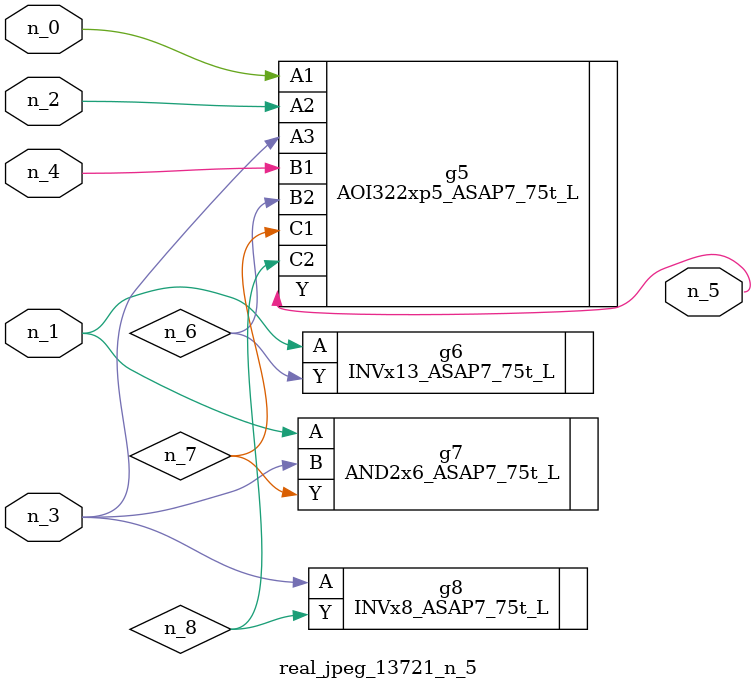
<source format=v>
module real_jpeg_13721_n_5 (n_4, n_0, n_1, n_2, n_3, n_5);

input n_4;
input n_0;
input n_1;
input n_2;
input n_3;

output n_5;

wire n_8;
wire n_6;
wire n_7;

AOI322xp5_ASAP7_75t_L g5 ( 
.A1(n_0),
.A2(n_2),
.A3(n_3),
.B1(n_4),
.B2(n_6),
.C1(n_7),
.C2(n_8),
.Y(n_5)
);

INVx13_ASAP7_75t_L g6 ( 
.A(n_1),
.Y(n_6)
);

AND2x6_ASAP7_75t_L g7 ( 
.A(n_1),
.B(n_3),
.Y(n_7)
);

INVx8_ASAP7_75t_L g8 ( 
.A(n_3),
.Y(n_8)
);


endmodule
</source>
